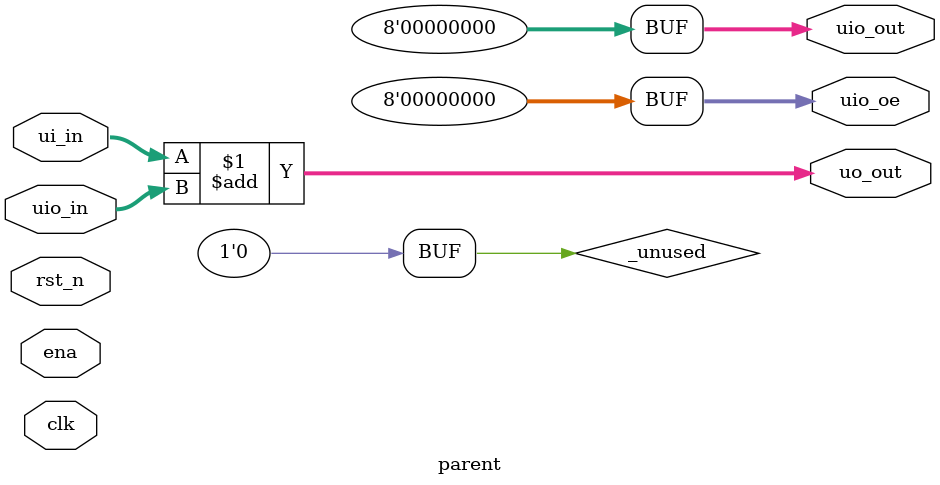
<source format=v>
/*
 * Copyright (c) 2024 Your Name
 * SPDX-License-Identifier: Apache-2.0
 */

`default_nettype none

module parent (
    input  wire [7:0] ui_in,    // Dedicated inputs
    output wire [7:0] uo_out,   // Dedicated outputs
    input  wire [7:0] uio_in,   // IOs: Input path
    output wire [7:0] uio_out,  // IOs: Output path
    output wire [7:0] uio_oe,   // IOs: Enable path (active high: 0=input, 1=output)
    input  wire       ena,      // always 1 when the design is powered, so you can ignore it
    input  wire       clk,      // clock
    input  wire       rst_n     // reset_n - low to reset
);

  // All output pins must be assigned. If not used, assign to 0.
  assign uo_out  = ui_in + uio_in;  // Example: ou_out is the sum of ui_in and uio_in
  assign uio_out = 0;
  assign uio_oe  = 0;

  // List all unused inputs to prevent warnings
  wire _unused = &{ena, clk, rst_n, 1'b0};

endmodule

</source>
